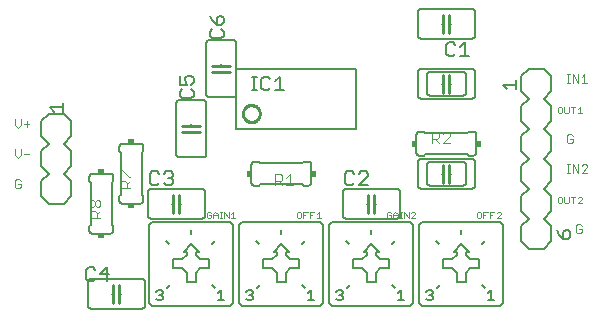
<source format=gto>
G75*
%MOIN*%
%OFA0B0*%
%FSLAX24Y24*%
%IPPOS*%
%LPD*%
%AMOC8*
5,1,8,0,0,1.08239X$1,22.5*
%
%ADD10C,0.0030*%
%ADD11C,0.0020*%
%ADD12C,0.0060*%
%ADD13C,0.0100*%
%ADD14C,0.0050*%
%ADD15C,0.0080*%
%ADD16R,0.0150X0.0200*%
%ADD17C,0.0040*%
%ADD18R,0.0200X0.0150*%
D10*
X000363Y004195D02*
X000460Y004195D01*
X000508Y004243D01*
X000508Y004340D01*
X000412Y004340D01*
X000508Y004437D02*
X000460Y004485D01*
X000363Y004485D01*
X000315Y004437D01*
X000315Y004243D01*
X000363Y004195D01*
X000412Y005195D02*
X000508Y005292D01*
X000508Y005485D01*
X000610Y005340D02*
X000803Y005340D01*
X000412Y005195D02*
X000315Y005292D01*
X000315Y005485D01*
X000412Y006195D02*
X000315Y006292D01*
X000315Y006485D01*
X000508Y006485D02*
X000508Y006292D01*
X000412Y006195D01*
X000610Y006340D02*
X000803Y006340D01*
X000706Y006437D02*
X000706Y006243D01*
X018715Y005937D02*
X018715Y005743D01*
X018763Y005695D01*
X018860Y005695D01*
X018908Y005743D01*
X018908Y005840D01*
X018812Y005840D01*
X018908Y005937D02*
X018860Y005985D01*
X018763Y005985D01*
X018715Y005937D01*
X018715Y004985D02*
X018812Y004985D01*
X018763Y004985D02*
X018763Y004695D01*
X018715Y004695D02*
X018812Y004695D01*
X018911Y004695D02*
X018911Y004985D01*
X019105Y004695D01*
X019105Y004985D01*
X019206Y004937D02*
X019254Y004985D01*
X019351Y004985D01*
X019400Y004937D01*
X019400Y004888D01*
X019206Y004695D01*
X019400Y004695D01*
X019160Y002985D02*
X019063Y002985D01*
X019015Y002937D01*
X019015Y002743D01*
X019063Y002695D01*
X019160Y002695D01*
X019208Y002743D01*
X019208Y002840D01*
X019112Y002840D01*
X019208Y002937D02*
X019160Y002985D01*
X019206Y007695D02*
X019400Y007695D01*
X019303Y007695D02*
X019303Y007985D01*
X019206Y007888D01*
X019105Y007985D02*
X019105Y007695D01*
X018911Y007985D01*
X018911Y007695D01*
X018812Y007695D02*
X018715Y007695D01*
X018763Y007695D02*
X018763Y007985D01*
X018715Y007985D02*
X018812Y007985D01*
D11*
X018778Y006910D02*
X018778Y006727D01*
X018741Y006690D01*
X018668Y006690D01*
X018631Y006727D01*
X018631Y006910D01*
X018557Y006873D02*
X018520Y006910D01*
X018447Y006910D01*
X018410Y006873D01*
X018410Y006727D01*
X018447Y006690D01*
X018520Y006690D01*
X018557Y006727D01*
X018557Y006873D01*
X018852Y006910D02*
X018999Y006910D01*
X018925Y006910D02*
X018925Y006690D01*
X019073Y006690D02*
X019220Y006690D01*
X019146Y006690D02*
X019146Y006910D01*
X019073Y006837D01*
X019110Y003910D02*
X019073Y003873D01*
X019110Y003910D02*
X019183Y003910D01*
X019220Y003873D01*
X019220Y003837D01*
X019073Y003690D01*
X019220Y003690D01*
X018925Y003690D02*
X018925Y003910D01*
X018852Y003910D02*
X018999Y003910D01*
X018778Y003910D02*
X018778Y003727D01*
X018741Y003690D01*
X018668Y003690D01*
X018631Y003727D01*
X018631Y003910D01*
X018557Y003873D02*
X018520Y003910D01*
X018447Y003910D01*
X018410Y003873D01*
X018410Y003727D01*
X018447Y003690D01*
X018520Y003690D01*
X018557Y003727D01*
X018557Y003873D01*
X016520Y003373D02*
X016520Y003337D01*
X016373Y003190D01*
X016520Y003190D01*
X016520Y003373D02*
X016483Y003410D01*
X016410Y003410D01*
X016373Y003373D01*
X016299Y003410D02*
X016152Y003410D01*
X016152Y003190D01*
X016152Y003300D02*
X016225Y003300D01*
X016078Y003410D02*
X015931Y003410D01*
X015931Y003190D01*
X015857Y003227D02*
X015857Y003373D01*
X015820Y003410D01*
X015747Y003410D01*
X015710Y003373D01*
X015710Y003227D01*
X015747Y003190D01*
X015820Y003190D01*
X015857Y003227D01*
X015931Y003300D02*
X016004Y003300D01*
X013667Y003337D02*
X013520Y003190D01*
X013667Y003190D01*
X013667Y003337D02*
X013667Y003373D01*
X013630Y003410D01*
X013557Y003410D01*
X013520Y003373D01*
X013446Y003410D02*
X013446Y003190D01*
X013299Y003410D01*
X013299Y003190D01*
X013225Y003190D02*
X013152Y003190D01*
X013189Y003190D02*
X013189Y003410D01*
X013225Y003410D02*
X013152Y003410D01*
X013078Y003337D02*
X013078Y003190D01*
X013078Y003300D02*
X012931Y003300D01*
X012931Y003337D02*
X013004Y003410D01*
X013078Y003337D01*
X012931Y003337D02*
X012931Y003190D01*
X012857Y003227D02*
X012857Y003300D01*
X012783Y003300D01*
X012710Y003227D02*
X012747Y003190D01*
X012820Y003190D01*
X012857Y003227D01*
X012710Y003227D02*
X012710Y003373D01*
X012747Y003410D01*
X012820Y003410D01*
X012857Y003373D01*
X010520Y003190D02*
X010373Y003190D01*
X010446Y003190D02*
X010446Y003410D01*
X010373Y003337D01*
X010299Y003410D02*
X010152Y003410D01*
X010152Y003190D01*
X010152Y003300D02*
X010225Y003300D01*
X010078Y003410D02*
X009931Y003410D01*
X009931Y003190D01*
X009857Y003227D02*
X009857Y003373D01*
X009820Y003410D01*
X009747Y003410D01*
X009710Y003373D01*
X009710Y003227D01*
X009747Y003190D01*
X009820Y003190D01*
X009857Y003227D01*
X009931Y003300D02*
X010004Y003300D01*
X007667Y003190D02*
X007520Y003190D01*
X007594Y003190D02*
X007594Y003410D01*
X007520Y003337D01*
X007446Y003410D02*
X007446Y003190D01*
X007299Y003410D01*
X007299Y003190D01*
X007225Y003190D02*
X007152Y003190D01*
X007189Y003190D02*
X007189Y003410D01*
X007225Y003410D02*
X007152Y003410D01*
X007078Y003337D02*
X007004Y003410D01*
X006931Y003337D01*
X006931Y003190D01*
X006857Y003227D02*
X006857Y003300D01*
X006783Y003300D01*
X006710Y003227D02*
X006747Y003190D01*
X006820Y003190D01*
X006857Y003227D01*
X006931Y003300D02*
X007078Y003300D01*
X007078Y003337D02*
X007078Y003190D01*
X006857Y003373D02*
X006820Y003410D01*
X006747Y003410D01*
X006710Y003373D01*
X006710Y003227D01*
D12*
X002750Y001080D02*
X002750Y000280D01*
X002752Y000263D01*
X002756Y000246D01*
X002763Y000230D01*
X002773Y000216D01*
X002786Y000203D01*
X002800Y000193D01*
X002816Y000186D01*
X002833Y000182D01*
X002850Y000180D01*
X004550Y000180D01*
X004567Y000182D01*
X004584Y000186D01*
X004600Y000193D01*
X004614Y000203D01*
X004627Y000216D01*
X004637Y000230D01*
X004644Y000246D01*
X004648Y000263D01*
X004650Y000280D01*
X004650Y001080D01*
X004648Y001097D01*
X004644Y001114D01*
X004637Y001130D01*
X004627Y001144D01*
X004614Y001157D01*
X004600Y001167D01*
X004584Y001174D01*
X004567Y001178D01*
X004550Y001180D01*
X002850Y001180D01*
X002833Y001178D01*
X002816Y001174D01*
X002800Y001167D01*
X002786Y001157D01*
X002773Y001144D01*
X002763Y001130D01*
X002756Y001114D01*
X002752Y001097D01*
X002750Y001080D01*
X003550Y000680D02*
X003600Y000680D01*
X003800Y000680D02*
X003850Y000680D01*
X004800Y000380D02*
X004900Y000280D01*
X007500Y000280D01*
X007600Y000380D01*
X007600Y002980D01*
X007500Y003080D01*
X004900Y003080D01*
X004800Y002980D01*
X004800Y000380D01*
X005400Y000880D02*
X005500Y000980D01*
X006050Y001080D02*
X006050Y001380D01*
X005900Y001530D01*
X005600Y001530D01*
X005600Y001830D01*
X005900Y001830D01*
X006050Y001980D01*
X006050Y002080D01*
X005950Y002080D01*
X006200Y002330D01*
X006450Y002080D01*
X006350Y002080D01*
X006350Y001980D01*
X006500Y001830D01*
X006800Y001830D01*
X006800Y001530D01*
X006500Y001530D01*
X006350Y001380D01*
X006350Y001080D01*
X006050Y001080D01*
X006900Y000980D02*
X007000Y000880D01*
X007800Y000380D02*
X007800Y002980D01*
X007900Y003080D01*
X010500Y003080D01*
X010600Y002980D01*
X010600Y000380D01*
X010500Y000280D01*
X007900Y000280D01*
X007800Y000380D01*
X008400Y000880D02*
X008500Y000980D01*
X009050Y001080D02*
X009050Y001380D01*
X008900Y001530D01*
X008600Y001530D01*
X008600Y001830D01*
X008900Y001830D01*
X009050Y001980D01*
X009050Y002080D01*
X008950Y002080D01*
X009200Y002330D01*
X009450Y002080D01*
X009350Y002080D01*
X009350Y001980D01*
X009500Y001830D01*
X009800Y001830D01*
X009800Y001530D01*
X009500Y001530D01*
X009350Y001380D01*
X009350Y001080D01*
X009050Y001080D01*
X009900Y000980D02*
X010000Y000880D01*
X010800Y000380D02*
X010800Y002980D01*
X010900Y003080D01*
X013500Y003080D01*
X013600Y002980D01*
X013600Y000380D01*
X013500Y000280D01*
X010900Y000280D01*
X010800Y000380D01*
X011400Y000880D02*
X011500Y000980D01*
X012050Y001080D02*
X012050Y001380D01*
X011900Y001530D01*
X011600Y001530D01*
X011600Y001830D01*
X011900Y001830D01*
X012050Y001980D01*
X012050Y002080D01*
X011950Y002080D01*
X012200Y002330D01*
X012450Y002080D01*
X012350Y002080D01*
X012350Y001980D01*
X012500Y001830D01*
X012800Y001830D01*
X012800Y001530D01*
X012500Y001530D01*
X012350Y001380D01*
X012350Y001080D01*
X012050Y001080D01*
X012900Y000980D02*
X013000Y000880D01*
X013800Y000380D02*
X013800Y002980D01*
X013900Y003080D01*
X016500Y003080D01*
X016600Y002980D01*
X016600Y000380D01*
X016500Y000280D01*
X013900Y000280D01*
X013800Y000380D01*
X014400Y000880D02*
X014500Y000980D01*
X015050Y001080D02*
X015050Y001380D01*
X014900Y001530D01*
X014600Y001530D01*
X014600Y001830D01*
X014900Y001830D01*
X015050Y001980D01*
X015050Y002080D01*
X014950Y002080D01*
X015200Y002330D01*
X015450Y002080D01*
X015350Y002080D01*
X015350Y001980D01*
X015500Y001830D01*
X015800Y001830D01*
X015800Y001530D01*
X015500Y001530D01*
X015350Y001380D01*
X015350Y001080D01*
X015050Y001080D01*
X015900Y000980D02*
X016000Y000880D01*
X017450Y002180D02*
X017950Y002180D01*
X018200Y002430D01*
X018200Y002930D01*
X017950Y003180D01*
X018200Y003430D01*
X018200Y003930D01*
X017950Y004180D01*
X018200Y004430D01*
X018200Y004930D01*
X017950Y005180D01*
X018200Y005430D01*
X018200Y005930D01*
X017950Y006180D01*
X018200Y006430D01*
X018200Y006930D01*
X017950Y007180D01*
X018200Y007430D01*
X018200Y007930D01*
X017950Y008180D01*
X017450Y008180D01*
X017200Y007930D01*
X017200Y007430D01*
X017450Y007180D01*
X017200Y006930D01*
X017200Y006430D01*
X017450Y006180D01*
X017200Y005930D01*
X017200Y005430D01*
X017450Y005180D01*
X017200Y004930D01*
X017200Y004430D01*
X017450Y004180D01*
X017200Y003930D01*
X017200Y003430D01*
X017450Y003180D01*
X017200Y002930D01*
X017200Y002430D01*
X017450Y002180D01*
X016000Y002430D02*
X015900Y002330D01*
X015200Y002650D02*
X015200Y002800D01*
X014450Y002330D02*
X014350Y002430D01*
X013000Y002430D02*
X012900Y002330D01*
X012200Y002650D02*
X012200Y002800D01*
X011450Y002330D02*
X011350Y002430D01*
X011350Y003180D02*
X013050Y003180D01*
X013067Y003182D01*
X013084Y003186D01*
X013100Y003193D01*
X013114Y003203D01*
X013127Y003216D01*
X013137Y003230D01*
X013144Y003246D01*
X013148Y003263D01*
X013150Y003280D01*
X013150Y004080D01*
X013148Y004097D01*
X013144Y004114D01*
X013137Y004130D01*
X013127Y004144D01*
X013114Y004157D01*
X013100Y004167D01*
X013084Y004174D01*
X013067Y004178D01*
X013050Y004180D01*
X011350Y004180D01*
X011333Y004178D01*
X011316Y004174D01*
X011300Y004167D01*
X011286Y004157D01*
X011273Y004144D01*
X011263Y004130D01*
X011256Y004114D01*
X011252Y004097D01*
X011250Y004080D01*
X011250Y003280D01*
X011252Y003263D01*
X011256Y003246D01*
X011263Y003230D01*
X011273Y003216D01*
X011286Y003203D01*
X011300Y003193D01*
X011316Y003186D01*
X011333Y003182D01*
X011350Y003180D01*
X012050Y003680D02*
X012100Y003680D01*
X012300Y003680D02*
X012350Y003680D01*
X013750Y004280D02*
X013750Y005080D01*
X013752Y005097D01*
X013756Y005114D01*
X013763Y005130D01*
X013773Y005144D01*
X013786Y005157D01*
X013800Y005167D01*
X013816Y005174D01*
X013833Y005178D01*
X013850Y005180D01*
X015550Y005180D01*
X015567Y005178D01*
X015584Y005174D01*
X015600Y005167D01*
X015614Y005157D01*
X015627Y005144D01*
X015637Y005130D01*
X015644Y005114D01*
X015648Y005097D01*
X015650Y005080D01*
X015650Y004280D01*
X015648Y004263D01*
X015644Y004246D01*
X015637Y004230D01*
X015627Y004216D01*
X015614Y004203D01*
X015600Y004193D01*
X015584Y004186D01*
X015567Y004182D01*
X015550Y004180D01*
X013850Y004180D01*
X013833Y004182D01*
X013816Y004186D01*
X013800Y004193D01*
X013786Y004203D01*
X013773Y004216D01*
X013763Y004230D01*
X013756Y004246D01*
X013752Y004263D01*
X013750Y004280D01*
X014050Y004380D02*
X014050Y004980D01*
X014052Y004997D01*
X014056Y005014D01*
X014063Y005030D01*
X014073Y005044D01*
X014086Y005057D01*
X014100Y005067D01*
X014116Y005074D01*
X014133Y005078D01*
X014150Y005080D01*
X015250Y005080D01*
X015267Y005078D01*
X015284Y005074D01*
X015300Y005067D01*
X015314Y005057D01*
X015327Y005044D01*
X015337Y005030D01*
X015344Y005014D01*
X015348Y004997D01*
X015350Y004980D01*
X015350Y004380D01*
X015348Y004363D01*
X015344Y004346D01*
X015337Y004330D01*
X015327Y004316D01*
X015314Y004303D01*
X015300Y004293D01*
X015284Y004286D01*
X015267Y004282D01*
X015250Y004280D01*
X014150Y004280D01*
X014133Y004282D01*
X014116Y004286D01*
X014100Y004293D01*
X014086Y004303D01*
X014073Y004316D01*
X014063Y004330D01*
X014056Y004346D01*
X014052Y004363D01*
X014050Y004380D01*
X014550Y004680D02*
X014600Y004680D01*
X014800Y004680D02*
X014850Y004680D01*
X015450Y005280D02*
X015600Y005280D01*
X015617Y005282D01*
X015634Y005286D01*
X015650Y005293D01*
X015664Y005303D01*
X015677Y005316D01*
X015687Y005330D01*
X015694Y005346D01*
X015698Y005363D01*
X015700Y005380D01*
X015700Y005980D01*
X015698Y005997D01*
X015694Y006014D01*
X015687Y006030D01*
X015677Y006044D01*
X015664Y006057D01*
X015650Y006067D01*
X015634Y006074D01*
X015617Y006078D01*
X015600Y006080D01*
X015450Y006080D01*
X015400Y006030D01*
X014000Y006030D01*
X013950Y006080D01*
X013800Y006080D01*
X013783Y006078D01*
X013766Y006074D01*
X013750Y006067D01*
X013736Y006057D01*
X013723Y006044D01*
X013713Y006030D01*
X013706Y006014D01*
X013702Y005997D01*
X013700Y005980D01*
X013700Y005380D01*
X013702Y005363D01*
X013706Y005346D01*
X013713Y005330D01*
X013723Y005316D01*
X013736Y005303D01*
X013750Y005293D01*
X013766Y005286D01*
X013783Y005282D01*
X013800Y005280D01*
X013950Y005280D01*
X014000Y005330D01*
X015400Y005330D01*
X015450Y005280D01*
X015550Y007180D02*
X013850Y007180D01*
X013833Y007182D01*
X013816Y007186D01*
X013800Y007193D01*
X013786Y007203D01*
X013773Y007216D01*
X013763Y007230D01*
X013756Y007246D01*
X013752Y007263D01*
X013750Y007280D01*
X013750Y008080D01*
X013752Y008097D01*
X013756Y008114D01*
X013763Y008130D01*
X013773Y008144D01*
X013786Y008157D01*
X013800Y008167D01*
X013816Y008174D01*
X013833Y008178D01*
X013850Y008180D01*
X015550Y008180D01*
X015567Y008178D01*
X015584Y008174D01*
X015600Y008167D01*
X015614Y008157D01*
X015627Y008144D01*
X015637Y008130D01*
X015644Y008114D01*
X015648Y008097D01*
X015650Y008080D01*
X015650Y007280D01*
X015648Y007263D01*
X015644Y007246D01*
X015637Y007230D01*
X015627Y007216D01*
X015614Y007203D01*
X015600Y007193D01*
X015584Y007186D01*
X015567Y007182D01*
X015550Y007180D01*
X015350Y007380D02*
X015350Y007980D01*
X015348Y007997D01*
X015344Y008014D01*
X015337Y008030D01*
X015327Y008044D01*
X015314Y008057D01*
X015300Y008067D01*
X015284Y008074D01*
X015267Y008078D01*
X015250Y008080D01*
X014150Y008080D01*
X014133Y008078D01*
X014116Y008074D01*
X014100Y008067D01*
X014086Y008057D01*
X014073Y008044D01*
X014063Y008030D01*
X014056Y008014D01*
X014052Y007997D01*
X014050Y007980D01*
X014050Y007380D01*
X014052Y007363D01*
X014056Y007346D01*
X014063Y007330D01*
X014073Y007316D01*
X014086Y007303D01*
X014100Y007293D01*
X014116Y007286D01*
X014133Y007282D01*
X014150Y007280D01*
X015250Y007280D01*
X015267Y007282D01*
X015284Y007286D01*
X015300Y007293D01*
X015314Y007303D01*
X015327Y007316D01*
X015337Y007330D01*
X015344Y007346D01*
X015348Y007363D01*
X015350Y007380D01*
X014850Y007680D02*
X014800Y007680D01*
X014600Y007680D02*
X014550Y007680D01*
X013850Y009180D02*
X015550Y009180D01*
X015567Y009182D01*
X015584Y009186D01*
X015600Y009193D01*
X015614Y009203D01*
X015627Y009216D01*
X015637Y009230D01*
X015644Y009246D01*
X015648Y009263D01*
X015650Y009280D01*
X015650Y010080D01*
X015648Y010097D01*
X015644Y010114D01*
X015637Y010130D01*
X015627Y010144D01*
X015614Y010157D01*
X015600Y010167D01*
X015584Y010174D01*
X015567Y010178D01*
X015550Y010180D01*
X013850Y010180D01*
X013833Y010178D01*
X013816Y010174D01*
X013800Y010167D01*
X013786Y010157D01*
X013773Y010144D01*
X013763Y010130D01*
X013756Y010114D01*
X013752Y010097D01*
X013750Y010080D01*
X013750Y009280D01*
X013752Y009263D01*
X013756Y009246D01*
X013763Y009230D01*
X013773Y009216D01*
X013786Y009203D01*
X013800Y009193D01*
X013816Y009186D01*
X013833Y009182D01*
X013850Y009180D01*
X014550Y009680D02*
X014600Y009680D01*
X014800Y009680D02*
X014850Y009680D01*
X007700Y009030D02*
X007700Y007330D01*
X007698Y007313D01*
X007694Y007296D01*
X007687Y007280D01*
X007677Y007266D01*
X007664Y007253D01*
X007650Y007243D01*
X007634Y007236D01*
X007617Y007232D01*
X007600Y007230D01*
X006800Y007230D01*
X006783Y007232D01*
X006766Y007236D01*
X006750Y007243D01*
X006736Y007253D01*
X006723Y007266D01*
X006713Y007280D01*
X006706Y007296D01*
X006702Y007313D01*
X006700Y007330D01*
X006700Y009030D01*
X006702Y009047D01*
X006706Y009064D01*
X006713Y009080D01*
X006723Y009094D01*
X006736Y009107D01*
X006750Y009117D01*
X006766Y009124D01*
X006783Y009128D01*
X006800Y009130D01*
X007600Y009130D01*
X007617Y009128D01*
X007634Y009124D01*
X007650Y009117D01*
X007664Y009107D01*
X007677Y009094D01*
X007687Y009080D01*
X007694Y009064D01*
X007698Y009047D01*
X007700Y009030D01*
X007200Y008330D02*
X007200Y008280D01*
X007200Y008080D02*
X007200Y008030D01*
X006600Y007130D02*
X005800Y007130D01*
X005783Y007128D01*
X005766Y007124D01*
X005750Y007117D01*
X005736Y007107D01*
X005723Y007094D01*
X005713Y007080D01*
X005706Y007064D01*
X005702Y007047D01*
X005700Y007030D01*
X005700Y005330D01*
X005702Y005313D01*
X005706Y005296D01*
X005713Y005280D01*
X005723Y005266D01*
X005736Y005253D01*
X005750Y005243D01*
X005766Y005236D01*
X005783Y005232D01*
X005800Y005230D01*
X006600Y005230D01*
X006617Y005232D01*
X006634Y005236D01*
X006650Y005243D01*
X006664Y005253D01*
X006677Y005266D01*
X006687Y005280D01*
X006694Y005296D01*
X006698Y005313D01*
X006700Y005330D01*
X006700Y007030D01*
X006698Y007047D01*
X006694Y007064D01*
X006687Y007080D01*
X006677Y007094D01*
X006664Y007107D01*
X006650Y007117D01*
X006634Y007124D01*
X006617Y007128D01*
X006600Y007130D01*
X006200Y006330D02*
X006200Y006280D01*
X006200Y006080D02*
X006200Y006030D01*
X004600Y005580D02*
X004600Y005430D01*
X004550Y005380D01*
X004550Y003980D01*
X004600Y003930D01*
X004600Y003780D01*
X004598Y003763D01*
X004594Y003746D01*
X004587Y003730D01*
X004577Y003716D01*
X004564Y003703D01*
X004550Y003693D01*
X004534Y003686D01*
X004517Y003682D01*
X004500Y003680D01*
X003900Y003680D01*
X003883Y003682D01*
X003866Y003686D01*
X003850Y003693D01*
X003836Y003703D01*
X003823Y003716D01*
X003813Y003730D01*
X003806Y003746D01*
X003802Y003763D01*
X003800Y003780D01*
X003800Y003930D01*
X003850Y003980D01*
X003850Y005380D01*
X003800Y005430D01*
X003800Y005580D01*
X003802Y005597D01*
X003806Y005614D01*
X003813Y005630D01*
X003823Y005644D01*
X003836Y005657D01*
X003850Y005667D01*
X003866Y005674D01*
X003883Y005678D01*
X003900Y005680D01*
X004500Y005680D01*
X004517Y005678D01*
X004534Y005674D01*
X004550Y005667D01*
X004564Y005657D01*
X004577Y005644D01*
X004587Y005630D01*
X004594Y005614D01*
X004598Y005597D01*
X004600Y005580D01*
X003500Y004680D02*
X002900Y004680D01*
X002883Y004678D01*
X002866Y004674D01*
X002850Y004667D01*
X002836Y004657D01*
X002823Y004644D01*
X002813Y004630D01*
X002806Y004614D01*
X002802Y004597D01*
X002800Y004580D01*
X002800Y004430D01*
X002850Y004380D01*
X002850Y002980D01*
X002800Y002930D01*
X002800Y002780D01*
X002802Y002763D01*
X002806Y002746D01*
X002813Y002730D01*
X002823Y002716D01*
X002836Y002703D01*
X002850Y002693D01*
X002866Y002686D01*
X002883Y002682D01*
X002900Y002680D01*
X003500Y002680D01*
X003517Y002682D01*
X003534Y002686D01*
X003550Y002693D01*
X003564Y002703D01*
X003577Y002716D01*
X003587Y002730D01*
X003594Y002746D01*
X003598Y002763D01*
X003600Y002780D01*
X003600Y002930D01*
X003550Y002980D01*
X003550Y004380D01*
X003600Y004430D01*
X003600Y004580D01*
X003598Y004597D01*
X003594Y004614D01*
X003587Y004630D01*
X003577Y004644D01*
X003564Y004657D01*
X003550Y004667D01*
X003534Y004674D01*
X003517Y004678D01*
X003500Y004680D01*
X002200Y004430D02*
X002200Y003930D01*
X001950Y003680D01*
X001450Y003680D01*
X001200Y003930D01*
X001200Y004430D01*
X001450Y004680D01*
X001200Y004930D01*
X001200Y005430D01*
X001450Y005680D01*
X001200Y005930D01*
X001200Y006430D01*
X001450Y006680D01*
X001950Y006680D01*
X002200Y006430D01*
X002200Y005930D01*
X001950Y005680D01*
X002200Y005430D01*
X002200Y004930D01*
X001950Y004680D01*
X002200Y004430D01*
X004750Y004080D02*
X004750Y003280D01*
X004752Y003263D01*
X004756Y003246D01*
X004763Y003230D01*
X004773Y003216D01*
X004786Y003203D01*
X004800Y003193D01*
X004816Y003186D01*
X004833Y003182D01*
X004850Y003180D01*
X006550Y003180D01*
X006567Y003182D01*
X006584Y003186D01*
X006600Y003193D01*
X006614Y003203D01*
X006627Y003216D01*
X006637Y003230D01*
X006644Y003246D01*
X006648Y003263D01*
X006650Y003280D01*
X006650Y004080D01*
X006648Y004097D01*
X006644Y004114D01*
X006637Y004130D01*
X006627Y004144D01*
X006614Y004157D01*
X006600Y004167D01*
X006584Y004174D01*
X006567Y004178D01*
X006550Y004180D01*
X004850Y004180D01*
X004833Y004178D01*
X004816Y004174D01*
X004800Y004167D01*
X004786Y004157D01*
X004773Y004144D01*
X004763Y004130D01*
X004756Y004114D01*
X004752Y004097D01*
X004750Y004080D01*
X005550Y003680D02*
X005600Y003680D01*
X005800Y003680D02*
X005850Y003680D01*
X006200Y002800D02*
X006200Y002650D01*
X006900Y002330D02*
X007000Y002430D01*
X008350Y002430D02*
X008450Y002330D01*
X009200Y002650D02*
X009200Y002800D01*
X009900Y002330D02*
X010000Y002430D01*
X009950Y004280D02*
X009900Y004330D01*
X008500Y004330D01*
X008450Y004280D01*
X008300Y004280D01*
X008283Y004282D01*
X008266Y004286D01*
X008250Y004293D01*
X008236Y004303D01*
X008223Y004316D01*
X008213Y004330D01*
X008206Y004346D01*
X008202Y004363D01*
X008200Y004380D01*
X008200Y004980D01*
X008202Y004997D01*
X008206Y005014D01*
X008213Y005030D01*
X008223Y005044D01*
X008236Y005057D01*
X008250Y005067D01*
X008266Y005074D01*
X008283Y005078D01*
X008300Y005080D01*
X008450Y005080D01*
X008500Y005030D01*
X009900Y005030D01*
X009950Y005080D01*
X010100Y005080D01*
X010117Y005078D01*
X010134Y005074D01*
X010150Y005067D01*
X010164Y005057D01*
X010177Y005044D01*
X010187Y005030D01*
X010194Y005014D01*
X010198Y004997D01*
X010200Y004980D01*
X010200Y004380D01*
X010198Y004363D01*
X010194Y004346D01*
X010187Y004330D01*
X010177Y004316D01*
X010164Y004303D01*
X010150Y004293D01*
X010134Y004286D01*
X010117Y004282D01*
X010100Y004280D01*
X009950Y004280D01*
X005450Y002330D02*
X005350Y002430D01*
D13*
X005600Y003380D02*
X005600Y003680D01*
X005600Y003980D01*
X005800Y003980D02*
X005800Y003680D01*
X005800Y003380D01*
X003800Y000980D02*
X003800Y000680D01*
X003800Y000380D01*
X003600Y000380D02*
X003600Y000680D01*
X003600Y000980D01*
X012100Y003380D02*
X012100Y003680D01*
X012100Y003980D01*
X012300Y003980D02*
X012300Y003680D01*
X012300Y003380D01*
X014600Y004380D02*
X014600Y004680D01*
X014600Y004980D01*
X014800Y004980D02*
X014800Y004680D01*
X014800Y004380D01*
X014800Y007380D02*
X014800Y007680D01*
X014800Y007980D01*
X014600Y007980D02*
X014600Y007680D01*
X014600Y007380D01*
X014600Y009380D02*
X014600Y009680D01*
X014600Y009980D01*
X014800Y009980D02*
X014800Y009680D01*
X014800Y009380D01*
X007917Y006680D02*
X007919Y006713D01*
X007925Y006746D01*
X007935Y006779D01*
X007948Y006809D01*
X007965Y006838D01*
X007986Y006865D01*
X008009Y006889D01*
X008035Y006910D01*
X008063Y006928D01*
X008094Y006942D01*
X008125Y006953D01*
X008158Y006960D01*
X008192Y006963D01*
X008225Y006962D01*
X008258Y006957D01*
X008291Y006948D01*
X008322Y006935D01*
X008351Y006919D01*
X008378Y006900D01*
X008403Y006877D01*
X008425Y006852D01*
X008444Y006824D01*
X008459Y006794D01*
X008471Y006763D01*
X008479Y006730D01*
X008483Y006697D01*
X008483Y006663D01*
X008479Y006630D01*
X008471Y006597D01*
X008459Y006566D01*
X008444Y006536D01*
X008425Y006508D01*
X008403Y006483D01*
X008378Y006460D01*
X008351Y006441D01*
X008322Y006425D01*
X008291Y006412D01*
X008258Y006403D01*
X008225Y006398D01*
X008192Y006397D01*
X008158Y006400D01*
X008125Y006407D01*
X008094Y006418D01*
X008063Y006432D01*
X008035Y006450D01*
X008009Y006471D01*
X007986Y006495D01*
X007965Y006522D01*
X007948Y006551D01*
X007935Y006581D01*
X007925Y006614D01*
X007919Y006647D01*
X007917Y006680D01*
X006500Y006280D02*
X006200Y006280D01*
X005900Y006280D01*
X005900Y006080D02*
X006200Y006080D01*
X006500Y006080D01*
X006900Y008080D02*
X007200Y008080D01*
X007500Y008080D01*
X007500Y008280D02*
X007200Y008280D01*
X006900Y008280D01*
D14*
X006275Y007870D02*
X006200Y007945D01*
X006050Y007945D01*
X005975Y007870D01*
X005975Y007795D01*
X006050Y007645D01*
X005825Y007645D01*
X005825Y007945D01*
X006275Y007870D02*
X006275Y007720D01*
X006200Y007645D01*
X006200Y007484D02*
X006275Y007409D01*
X006275Y007259D01*
X006200Y007184D01*
X005900Y007184D01*
X005825Y007259D01*
X005825Y007409D01*
X005900Y007484D01*
X008225Y007455D02*
X008375Y007455D01*
X008300Y007455D02*
X008300Y007905D01*
X008225Y007905D02*
X008375Y007905D01*
X008532Y007830D02*
X008532Y007530D01*
X008607Y007455D01*
X008757Y007455D01*
X008832Y007530D01*
X008992Y007455D02*
X009293Y007455D01*
X009142Y007455D02*
X009142Y007905D01*
X008992Y007755D01*
X008832Y007830D02*
X008757Y007905D01*
X008607Y007905D01*
X008532Y007830D01*
X007200Y009184D02*
X006900Y009184D01*
X006825Y009259D01*
X006825Y009409D01*
X006900Y009484D01*
X007050Y009645D02*
X007050Y009870D01*
X007125Y009945D01*
X007200Y009945D01*
X007275Y009870D01*
X007275Y009720D01*
X007200Y009645D01*
X007050Y009645D01*
X006900Y009795D01*
X006825Y009945D01*
X007200Y009484D02*
X007275Y009409D01*
X007275Y009259D01*
X007200Y009184D01*
X001925Y007045D02*
X001925Y006745D01*
X001925Y006895D02*
X001475Y006895D01*
X001625Y006745D01*
X004825Y004680D02*
X004825Y004380D01*
X004900Y004305D01*
X005050Y004305D01*
X005125Y004380D01*
X005285Y004380D02*
X005360Y004305D01*
X005511Y004305D01*
X005586Y004380D01*
X005586Y004455D01*
X005511Y004530D01*
X005436Y004530D01*
X005511Y004530D02*
X005586Y004605D01*
X005586Y004680D01*
X005511Y004755D01*
X005360Y004755D01*
X005285Y004680D01*
X005125Y004680D02*
X005050Y004755D01*
X004900Y004755D01*
X004825Y004680D01*
X003390Y001555D02*
X003165Y001330D01*
X003465Y001330D01*
X003390Y001105D02*
X003390Y001555D01*
X003004Y001480D02*
X002929Y001555D01*
X002779Y001555D01*
X002704Y001480D01*
X002704Y001180D01*
X002779Y001105D01*
X002929Y001105D01*
X003004Y001180D01*
X005025Y000739D02*
X005082Y000795D01*
X005195Y000795D01*
X005252Y000739D01*
X005252Y000682D01*
X005195Y000625D01*
X005252Y000568D01*
X005252Y000512D01*
X005195Y000455D01*
X005082Y000455D01*
X005025Y000512D01*
X005138Y000625D02*
X005195Y000625D01*
X007075Y000682D02*
X007188Y000795D01*
X007188Y000455D01*
X007075Y000455D02*
X007302Y000455D01*
X008025Y000512D02*
X008082Y000455D01*
X008195Y000455D01*
X008252Y000512D01*
X008252Y000568D01*
X008195Y000625D01*
X008138Y000625D01*
X008195Y000625D02*
X008252Y000682D01*
X008252Y000739D01*
X008195Y000795D01*
X008082Y000795D01*
X008025Y000739D01*
X010075Y000682D02*
X010188Y000795D01*
X010188Y000455D01*
X010075Y000455D02*
X010302Y000455D01*
X011025Y000512D02*
X011082Y000455D01*
X011195Y000455D01*
X011252Y000512D01*
X011252Y000568D01*
X011195Y000625D01*
X011138Y000625D01*
X011195Y000625D02*
X011252Y000682D01*
X011252Y000739D01*
X011195Y000795D01*
X011082Y000795D01*
X011025Y000739D01*
X013075Y000682D02*
X013188Y000795D01*
X013188Y000455D01*
X013075Y000455D02*
X013302Y000455D01*
X014025Y000512D02*
X014082Y000455D01*
X014195Y000455D01*
X014252Y000512D01*
X014252Y000568D01*
X014195Y000625D01*
X014138Y000625D01*
X014195Y000625D02*
X014252Y000682D01*
X014252Y000739D01*
X014195Y000795D01*
X014082Y000795D01*
X014025Y000739D01*
X016075Y000682D02*
X016188Y000795D01*
X016188Y000455D01*
X016075Y000455D02*
X016302Y000455D01*
X018450Y002645D02*
X018600Y002495D01*
X018600Y002720D01*
X018675Y002795D01*
X018750Y002795D01*
X018825Y002720D01*
X018825Y002570D01*
X018750Y002495D01*
X018600Y002495D01*
X018450Y002645D02*
X018375Y002795D01*
X012086Y004305D02*
X011785Y004305D01*
X012086Y004605D01*
X012086Y004680D01*
X012011Y004755D01*
X011860Y004755D01*
X011785Y004680D01*
X011625Y004680D02*
X011550Y004755D01*
X011400Y004755D01*
X011325Y004680D01*
X011325Y004380D01*
X011400Y004305D01*
X011550Y004305D01*
X011625Y004380D01*
X016575Y007645D02*
X016725Y007495D01*
X016575Y007645D02*
X017025Y007645D01*
X017025Y007495D02*
X017025Y007795D01*
X015465Y008605D02*
X015165Y008605D01*
X015315Y008605D02*
X015315Y009055D01*
X015165Y008905D01*
X015004Y008980D02*
X014929Y009055D01*
X014779Y009055D01*
X014704Y008980D01*
X014704Y008680D01*
X014779Y008605D01*
X014929Y008605D01*
X015004Y008680D01*
D15*
X011700Y008180D02*
X011700Y006180D01*
X007700Y006180D01*
X007700Y006580D01*
X007700Y006780D01*
X007700Y006580D02*
X007700Y008180D01*
X011700Y008180D01*
D16*
X013625Y005680D03*
X015775Y005680D03*
X010275Y004680D03*
X008125Y004680D03*
D17*
X009002Y004650D02*
X009002Y004300D01*
X009002Y004417D02*
X009177Y004417D01*
X009235Y004475D01*
X009235Y004592D01*
X009177Y004650D01*
X009002Y004650D01*
X009119Y004417D02*
X009235Y004300D01*
X009361Y004300D02*
X009594Y004300D01*
X009478Y004300D02*
X009478Y004650D01*
X009361Y004534D01*
X014220Y005710D02*
X014220Y006060D01*
X014395Y006060D01*
X014454Y006002D01*
X014454Y005885D01*
X014395Y005827D01*
X014220Y005827D01*
X014337Y005827D02*
X014454Y005710D01*
X014579Y005710D02*
X014813Y005944D01*
X014813Y006002D01*
X014754Y006060D01*
X014637Y006060D01*
X014579Y006002D01*
X014579Y005710D02*
X014813Y005710D01*
X004170Y004559D02*
X004112Y004559D01*
X003878Y004793D01*
X003820Y004793D01*
X003820Y004559D01*
X003878Y004434D02*
X003995Y004434D01*
X004053Y004375D01*
X004053Y004200D01*
X004053Y004317D02*
X004170Y004434D01*
X003878Y004434D02*
X003820Y004375D01*
X003820Y004200D01*
X004170Y004200D01*
X003170Y003734D02*
X003170Y003617D01*
X003112Y003559D01*
X003053Y003559D01*
X002995Y003617D01*
X002995Y003734D01*
X003053Y003793D01*
X003112Y003793D01*
X003170Y003734D01*
X002995Y003734D02*
X002936Y003793D01*
X002878Y003793D01*
X002820Y003734D01*
X002820Y003617D01*
X002878Y003559D01*
X002936Y003559D01*
X002995Y003617D01*
X002995Y003434D02*
X002878Y003434D01*
X002820Y003375D01*
X002820Y003200D01*
X003170Y003200D01*
X003053Y003200D02*
X003053Y003375D01*
X002995Y003434D01*
X003053Y003317D02*
X003170Y003434D01*
D18*
X004200Y003605D03*
X003200Y002605D03*
X003200Y004755D03*
X004200Y005755D03*
M02*

</source>
